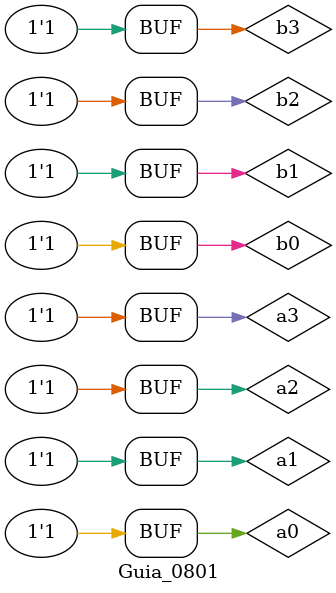
<source format=v>
/* 
Guia_0801.v 
855842 - Mateus Resende Ottoni

iverilog -o Guia_0801.vvp Guia_0801.v
vvp Guia_0801.vvp
*/



// Meia Soma
//----------------------------------------
module half_adder (output s0, output s1,
                   input a, b);

// Saída 1
   xor XOR (	s0,	a,	b);

// Saída 2
   and AND (	s1,	a,	b);

endmodule
//----------------------------------------

// Soma completa
//----------------------------------------
module full_adder (output s0, output s1,
                   input a, b, c);

// Dados locais
wire w01, w11, w12;

// Processo
half_adder HA1 ( w01, w11,   a,   b);
half_adder HA2 (  s1, w12, w01,   c); // Saída s1
or         OR  (  s0,      w11, w12); // Saída s0



endmodule
//----------------------------------------

// Modulo de soma
//----------------------------------------
module f01 (output s1, output s2, output s3,
            output s4, output s5,
            input  a0, b0, a1, b1,
                   a2, b2, a3, b3);

// Dados locais
reg valor0 = 1'b0;
wire res01, res02, res03;

// Processo
full_adder FA1 ( res01, s1, a0, b0, valor0); // Saída s1
full_adder FA2 ( res02, s2, a1, b1,  res01); // Saída s2
full_adder FA3 ( res03, s3, a2, b2,  res02); // Saída s3
full_adder FA4 (    s5, s4, a3, b3,  res03); // Saída s4 e s5

endmodule
//----------------------------------------




// Modulo principal
module Guia_0801; 

// Definir dados
reg a0, b0, a1, b1, a2, b2, a3, b3;
wire w1, w2, w3, w4, w5;

f01    f01_ (w1, w2, w3, w4, w5,
             a0, b0, a1, b1, a2, b2, a3, b3);


 initial
  begin
   a0     = 1'b0;
   b0     = 1'b0;
   a1     = 1'b0;
   b1     = 1'b0;
   a2     = 1'b0;
   b2     = 1'b0;
   a3     = 1'b0;
   b3     = 1'b0;
  end


// Main 
initial 
begin : main 

$display ( "Guia_0801" );

/*	Mostrar valores em tabela				*/
$display ( "" );
$display ( "______________________________" );
$display ( "||    a |    b ||   soma   ||" );
$display ( "||------|------||----------||" );
$monitor ( "|| %b%b%b%b | %b%b%b%b ||    %b%b%b%b%b ||",
              a3, a2, a1, a0,
                         b3, b2, b1, b0,
                                     w5, w4, w3, w2, w1 );
/*								*/

/*	Atualizar valores ( a = 00)	*/

#1;  b0 = 1'b1;
#1;  b0 = 1'b0; b1 = 1'b1;
#1;  b0 = 1'b1;
#1;  b0 = 1'b0; b1 = 1'b0; b2 = 1'b1;
#1;  b0 = 1'b1;
#1;  b0 = 1'b0; b1 = 1'b1;
#1;  b0 = 1'b1;
#1;  b0 = 1'b0; b1 = 1'b0; b2 = 1'b0; b3 = 1'b1;
#1;  b0 = 1'b1;
#1;  b0 = 1'b0; b1 = 1'b1;
#1;  b0 = 1'b1;
#1;  b0 = 1'b0; b1 = 1'b0; b2 = 1'b1;
#1;  b0 = 1'b1;
#1;  b0 = 1'b0; b1 = 1'b1;
#1;  b0 = 1'b1;

/*					*/

/*	Atualizar valores ( a = 01)	*/

#1;  a0 = 1'b1;
     b0 = 1'b0; b1 = 1'b0; b2 = 1'b0; b3 = 1'b0;

#1;  b0 = 1'b1;
#1;  b0 = 1'b0; b1 = 1'b1;
#1;  b0 = 1'b1;
#1;  b0 = 1'b0; b1 = 1'b0; b2 = 1'b1;
#1;  b0 = 1'b1;
#1;  b0 = 1'b0; b1 = 1'b1;
#1;  b0 = 1'b1;
#1;  b0 = 1'b0; b1 = 1'b0; b2 = 1'b0; b3 = 1'b1;
#1;  b0 = 1'b1;
#1;  b0 = 1'b0; b1 = 1'b1;
#1;  b0 = 1'b1;
#1;  b0 = 1'b0; b1 = 1'b0; b2 = 1'b1;
#1;  b0 = 1'b1;
#1;  b0 = 1'b0; b1 = 1'b1;
#1;  b0 = 1'b1;

/*					*/

/*	Atualizar valores ( a = 02)	*/

#1;  a0 = 1'b0; a1 = 1'b1;
     b0 = 1'b0; b1 = 1'b0; b2 = 1'b0; b3 = 1'b0;

#1;  b0 = 1'b1;
#1;  b0 = 1'b0; b1 = 1'b1;
#1;  b0 = 1'b1;
#1;  b0 = 1'b0; b1 = 1'b0; b2 = 1'b1;
#1;  b0 = 1'b1;
#1;  b0 = 1'b0; b1 = 1'b1;
#1;  b0 = 1'b1;
#1;  b0 = 1'b0; b1 = 1'b0; b2 = 1'b0; b3 = 1'b1;
#1;  b0 = 1'b1;
#1;  b0 = 1'b0; b1 = 1'b1;
#1;  b0 = 1'b1;
#1;  b0 = 1'b0; b1 = 1'b0; b2 = 1'b1;
#1;  b0 = 1'b1;
#1;  b0 = 1'b0; b1 = 1'b1;
#1;  b0 = 1'b1;

/*					*/

/*	Atualizar valores ( a = 03)	*/

#1;  a0 = 1'b1;
     b0 = 1'b0; b1 = 1'b0; b2 = 1'b0; b3 = 1'b0;

#1;  b0 = 1'b1;
#1;  b0 = 1'b0; b1 = 1'b1;
#1;  b0 = 1'b1;
#1;  b0 = 1'b0; b1 = 1'b0; b2 = 1'b1;
#1;  b0 = 1'b1;
#1;  b0 = 1'b0; b1 = 1'b1;
#1;  b0 = 1'b1;
#1;  b0 = 1'b0; b1 = 1'b0; b2 = 1'b0; b3 = 1'b1;
#1;  b0 = 1'b1;
#1;  b0 = 1'b0; b1 = 1'b1;
#1;  b0 = 1'b1;
#1;  b0 = 1'b0; b1 = 1'b0; b2 = 1'b1;
#1;  b0 = 1'b1;
#1;  b0 = 1'b0; b1 = 1'b1;
#1;  b0 = 1'b1;

/*					*/

/*	Atualizar valores ( a = 04)	*/

#1;  a0 = 1'b0; a1 = 1'b0; a2 = 1'b1;
     b0 = 1'b0; b1 = 1'b0; b2 = 1'b0; b3 = 1'b0;

#1;  b0 = 1'b1;
#1;  b0 = 1'b0; b1 = 1'b1;
#1;  b0 = 1'b1;
#1;  b0 = 1'b0; b1 = 1'b0; b2 = 1'b1;
#1;  b0 = 1'b1;
#1;  b0 = 1'b0; b1 = 1'b1;
#1;  b0 = 1'b1;
#1;  b0 = 1'b0; b1 = 1'b0; b2 = 1'b0; b3 = 1'b1;
#1;  b0 = 1'b1;
#1;  b0 = 1'b0; b1 = 1'b1;
#1;  b0 = 1'b1;
#1;  b0 = 1'b0; b1 = 1'b0; b2 = 1'b1;
#1;  b0 = 1'b1;
#1;  b0 = 1'b0; b1 = 1'b1;
#1;  b0 = 1'b1;

/*					*/

/*	Atualizar valores ( a = 05)	*/

#1;  a0 = 1'b1;
     b0 = 1'b0; b1 = 1'b0; b2 = 1'b0; b3 = 1'b0;

#1;  b0 = 1'b1;
#1;  b0 = 1'b0; b1 = 1'b1;
#1;  b0 = 1'b1;
#1;  b0 = 1'b0; b1 = 1'b0; b2 = 1'b1;
#1;  b0 = 1'b1;
#1;  b0 = 1'b0; b1 = 1'b1;
#1;  b0 = 1'b1;
#1;  b0 = 1'b0; b1 = 1'b0; b2 = 1'b0; b3 = 1'b1;
#1;  b0 = 1'b1;
#1;  b0 = 1'b0; b1 = 1'b1;
#1;  b0 = 1'b1;
#1;  b0 = 1'b0; b1 = 1'b0; b2 = 1'b1;
#1;  b0 = 1'b1;
#1;  b0 = 1'b0; b1 = 1'b1;
#1;  b0 = 1'b1;

/*					*/

/*	Atualizar valores ( a = 06)	*/

#1;  a0 = 1'b0; a1 = 1'b1;
     b0 = 1'b0; b1 = 1'b0; b2 = 1'b0; b3 = 1'b0;

#1;  b0 = 1'b1;
#1;  b0 = 1'b0; b1 = 1'b1;
#1;  b0 = 1'b1;
#1;  b0 = 1'b0; b1 = 1'b0; b2 = 1'b1;
#1;  b0 = 1'b1;
#1;  b0 = 1'b0; b1 = 1'b1;
#1;  b0 = 1'b1;
#1;  b0 = 1'b0; b1 = 1'b0; b2 = 1'b0; b3 = 1'b1;
#1;  b0 = 1'b1;
#1;  b0 = 1'b0; b1 = 1'b1;
#1;  b0 = 1'b1;
#1;  b0 = 1'b0; b1 = 1'b0; b2 = 1'b1;
#1;  b0 = 1'b1;
#1;  b0 = 1'b0; b1 = 1'b1;
#1;  b0 = 1'b1;

/*					*/

/*	Atualizar valores ( a = 07)	*/

#1;  a0 = 1'b1;
     b0 = 1'b0; b1 = 1'b0; b2 = 1'b0; b3 = 1'b0;

#1;  b0 = 1'b1;
#1;  b0 = 1'b0; b1 = 1'b1;
#1;  b0 = 1'b1;
#1;  b0 = 1'b0; b1 = 1'b0; b2 = 1'b1;
#1;  b0 = 1'b1;
#1;  b0 = 1'b0; b1 = 1'b1;
#1;  b0 = 1'b1;
#1;  b0 = 1'b0; b1 = 1'b0; b2 = 1'b0; b3 = 1'b1;
#1;  b0 = 1'b1;
#1;  b0 = 1'b0; b1 = 1'b1;
#1;  b0 = 1'b1;
#1;  b0 = 1'b0; b1 = 1'b0; b2 = 1'b1;
#1;  b0 = 1'b1;
#1;  b0 = 1'b0; b1 = 1'b1;
#1;  b0 = 1'b1;

/*					*/

/*	Atualizar valores ( a = 08)	*/

#1;  a0 = 1'b0; a1 = 1'b0; a2 = 1'b0; a3 = 1'b1;
     b0 = 1'b0; b1 = 1'b0; b2 = 1'b0; b3 = 1'b0;

#1;  b0 = 1'b1;
#1;  b0 = 1'b0; b1 = 1'b1;
#1;  b0 = 1'b1;
#1;  b0 = 1'b0; b1 = 1'b0; b2 = 1'b1;
#1;  b0 = 1'b1;
#1;  b0 = 1'b0; b1 = 1'b1;
#1;  b0 = 1'b1;
#1;  b0 = 1'b0; b1 = 1'b0; b2 = 1'b0; b3 = 1'b1;
#1;  b0 = 1'b1;
#1;  b0 = 1'b0; b1 = 1'b1;
#1;  b0 = 1'b1;
#1;  b0 = 1'b0; b1 = 1'b0; b2 = 1'b1;
#1;  b0 = 1'b1;
#1;  b0 = 1'b0; b1 = 1'b1;
#1;  b0 = 1'b1;

/*					*/

/*	Atualizar valores ( a = 09)	*/

#1;  a0 = 1'b1;
     b0 = 1'b0; b1 = 1'b0; b2 = 1'b0; b3 = 1'b0;

#1;  b0 = 1'b1;
#1;  b0 = 1'b0; b1 = 1'b1;
#1;  b0 = 1'b1;
#1;  b0 = 1'b0; b1 = 1'b0; b2 = 1'b1;
#1;  b0 = 1'b1;
#1;  b0 = 1'b0; b1 = 1'b1;
#1;  b0 = 1'b1;
#1;  b0 = 1'b0; b1 = 1'b0; b2 = 1'b0; b3 = 1'b1;
#1;  b0 = 1'b1;
#1;  b0 = 1'b0; b1 = 1'b1;
#1;  b0 = 1'b1;
#1;  b0 = 1'b0; b1 = 1'b0; b2 = 1'b1;
#1;  b0 = 1'b1;
#1;  b0 = 1'b0; b1 = 1'b1;
#1;  b0 = 1'b1;

/*					*/

/*	Atualizar valores ( a = 10)	*/

#1;  a0 = 1'b0; a1 = 1'b1;
     b0 = 1'b0; b1 = 1'b0; b2 = 1'b0; b3 = 1'b0;

#1;  b0 = 1'b1;
#1;  b0 = 1'b0; b1 = 1'b1;
#1;  b0 = 1'b1;
#1;  b0 = 1'b0; b1 = 1'b0; b2 = 1'b1;
#1;  b0 = 1'b1;
#1;  b0 = 1'b0; b1 = 1'b1;
#1;  b0 = 1'b1;
#1;  b0 = 1'b0; b1 = 1'b0; b2 = 1'b0; b3 = 1'b1;
#1;  b0 = 1'b1;
#1;  b0 = 1'b0; b1 = 1'b1;
#1;  b0 = 1'b1;
#1;  b0 = 1'b0; b1 = 1'b0; b2 = 1'b1;
#1;  b0 = 1'b1;
#1;  b0 = 1'b0; b1 = 1'b1;
#1;  b0 = 1'b1;

/*					*/

/*	Atualizar valores ( a = 11)	*/

#1;  a0 = 1'b1;
     b0 = 1'b0; b1 = 1'b0; b2 = 1'b0; b3 = 1'b0;

#1;  b0 = 1'b1;
#1;  b0 = 1'b0; b1 = 1'b1;
#1;  b0 = 1'b1;
#1;  b0 = 1'b0; b1 = 1'b0; b2 = 1'b1;
#1;  b0 = 1'b1;
#1;  b0 = 1'b0; b1 = 1'b1;
#1;  b0 = 1'b1;
#1;  b0 = 1'b0; b1 = 1'b0; b2 = 1'b0; b3 = 1'b1;
#1;  b0 = 1'b1;
#1;  b0 = 1'b0; b1 = 1'b1;
#1;  b0 = 1'b1;
#1;  b0 = 1'b0; b1 = 1'b0; b2 = 1'b1;
#1;  b0 = 1'b1;
#1;  b0 = 1'b0; b1 = 1'b1;
#1;  b0 = 1'b1;

/*					*/

/*	Atualizar valores ( a = 12)	*/

#1;  a0 = 1'b0; a1 = 1'b0; a2 = 1'b1;
     b0 = 1'b0; b1 = 1'b0; b2 = 1'b0; b3 = 1'b0;

#1;  b0 = 1'b1;
#1;  b0 = 1'b0; b1 = 1'b1;
#1;  b0 = 1'b1;
#1;  b0 = 1'b0; b1 = 1'b0; b2 = 1'b1;
#1;  b0 = 1'b1;
#1;  b0 = 1'b0; b1 = 1'b1;
#1;  b0 = 1'b1;
#1;  b0 = 1'b0; b1 = 1'b0; b2 = 1'b0; b3 = 1'b1;
#1;  b0 = 1'b1;
#1;  b0 = 1'b0; b1 = 1'b1;
#1;  b0 = 1'b1;
#1;  b0 = 1'b0; b1 = 1'b0; b2 = 1'b1;
#1;  b0 = 1'b1;
#1;  b0 = 1'b0; b1 = 1'b1;
#1;  b0 = 1'b1;

/*					*/

/*	Atualizar valores ( a = 13)	*/

#1;  a0 = 1'b1;
     b0 = 1'b0; b1 = 1'b0; b2 = 1'b0; b3 = 1'b0;

#1;  b0 = 1'b1;
#1;  b0 = 1'b0; b1 = 1'b1;
#1;  b0 = 1'b1;
#1;  b0 = 1'b0; b1 = 1'b0; b2 = 1'b1;
#1;  b0 = 1'b1;
#1;  b0 = 1'b0; b1 = 1'b1;
#1;  b0 = 1'b1;
#1;  b0 = 1'b0; b1 = 1'b0; b2 = 1'b0; b3 = 1'b1;
#1;  b0 = 1'b1;
#1;  b0 = 1'b0; b1 = 1'b1;
#1;  b0 = 1'b1;
#1;  b0 = 1'b0; b1 = 1'b0; b2 = 1'b1;
#1;  b0 = 1'b1;
#1;  b0 = 1'b0; b1 = 1'b1;
#1;  b0 = 1'b1;

/*					*/

/*	Atualizar valores ( a = 14)	*/

#1;  a0 = 1'b0; a1 = 1'b1;
     b0 = 1'b0; b1 = 1'b0; b2 = 1'b0; b3 = 1'b0;

#1;  b0 = 1'b1;
#1;  b0 = 1'b0; b1 = 1'b1;
#1;  b0 = 1'b1;
#1;  b0 = 1'b0; b1 = 1'b0; b2 = 1'b1;
#1;  b0 = 1'b1;
#1;  b0 = 1'b0; b1 = 1'b1;
#1;  b0 = 1'b1;
#1;  b0 = 1'b0; b1 = 1'b0; b2 = 1'b0; b3 = 1'b1;
#1;  b0 = 1'b1;
#1;  b0 = 1'b0; b1 = 1'b1;
#1;  b0 = 1'b1;
#1;  b0 = 1'b0; b1 = 1'b0; b2 = 1'b1;
#1;  b0 = 1'b1;
#1;  b0 = 1'b0; b1 = 1'b1;
#1;  b0 = 1'b1;

/*					*/

/*	Atualizar valores ( a = 15)	*/

#1;  a0 = 1'b1;
     b0 = 1'b0; b1 = 1'b0; b2 = 1'b0; b3 = 1'b0;

#1;  b0 = 1'b1;
#1;  b0 = 1'b0; b1 = 1'b1;
#1;  b0 = 1'b1;
#1;  b0 = 1'b0; b1 = 1'b0; b2 = 1'b1;
#1;  b0 = 1'b1;
#1;  b0 = 1'b0; b1 = 1'b1;
#1;  b0 = 1'b1;
#1;  b0 = 1'b0; b1 = 1'b0; b2 = 1'b0; b3 = 1'b1;
#1;  b0 = 1'b1;
#1;  b0 = 1'b0; b1 = 1'b1;
#1;  b0 = 1'b1;
#1;  b0 = 1'b0; b1 = 1'b0; b2 = 1'b1;
#1;  b0 = 1'b1;
#1;  b0 = 1'b0; b1 = 1'b1;
#1;  b0 = 1'b1;

/*					*/



end // main 

endmodule // Guia_0801

/*	Previsão de Testes 		*/
/*


______________________________
||    a |    b || resultado ||
||------|------||-----------||
|| 0000 | 0000 ||     00000 ||
|| 0000 | 0001 ||     00001 ||
|| 0000 | 0010 ||     00010 ||
|| 0000 | 0011 ||     00011 ||
|| 0000 | 0100 ||     00100 ||
|| 0000 | 0101 ||     00101 ||
|| 0000 | 0110 ||     00110 ||
|| 0000 | 0111 ||     00111 ||
|| 0000 | 1000 ||     01000 ||
|| 0000 | 1001 ||     01001 ||
|| 0000 | 1010 ||     01010 ||
|| 0000 | 1011 ||     01011 ||
|| 0000 | 1100 ||     01100 ||
|| 0000 | 1101 ||     01101 ||
|| 0000 | 1110 ||     01110 ||
|| 0000 | 1111 ||     01111 ||
|| 0001 | 0000 ||     00001 ||
|| 0001 | 0001 ||     00010 ||
|| 0001 | 0010 ||     00011 ||
|| 0001 | 0011 ||     00100 ||
|| 0001 | 0100 ||     00101 ||
|| 0001 | 0101 ||     00110 ||
|| 0001 | 0110 ||     00111 ||
|| 0001 | 0111 ||     01000 ||
|| 0001 | 1000 ||     01001 ||
|| 0001 | 1001 ||     01010 ||
|| 0001 | 1010 ||     01011 ||
|| 0001 | 1011 ||     01100 ||
|| 0001 | 1100 ||     01101 ||
|| 0001 | 1101 ||     01110 ||
|| 0001 | 1110 ||     01111 ||
|| 0001 | 1111 ||     10000 ||
|| 0010 | 0000 ||     00010 ||
|| 0010 | 0001 ||     00011 ||
|| 0010 | 0010 ||     00100 ||
|| 0010 | 0011 ||     00101 ||
|| 0010 | 0100 ||     00110 ||
|| 0010 | 0101 ||     00111 ||
|| 0010 | 0110 ||     01000 ||
|| 0010 | 0111 ||     01001 ||
|| 0010 | 1000 ||     01010 ||
|| 0010 | 1001 ||     01011 ||
|| 0010 | 1010 ||     01100 ||
|| 0010 | 1011 ||     01101 ||
|| 0010 | 1100 ||     01110 ||
|| 0010 | 1101 ||     01111 ||
|| 0010 | 1110 ||     10000 ||
|| 0010 | 1111 ||     10001 ||
|| 0011 | 0000 ||     00011 ||
|| 0011 | 0001 ||     00100 ||
|| 0011 | 0010 ||     00101 ||
|| 0011 | 0011 ||     00110 ||
|| 0011 | 0100 ||     00111 ||
|| 0011 | 0101 ||     01000 ||
|| 0011 | 0110 ||     01001 ||
|| 0011 | 0111 ||     01010 ||
|| 0011 | 1000 ||     01011 ||
|| 0011 | 1001 ||     01100 ||
|| 0011 | 1010 ||     01101 ||
|| 0011 | 1011 ||     01110 ||
|| 0011 | 1100 ||     01111 ||
|| 0011 | 1101 ||     10000 ||
|| 0011 | 1110 ||     10001 ||
|| 0011 | 1111 ||     10010 ||
|| 0100 | 0000 ||     00100 ||
|| 0100 | 0001 ||     00101 ||
|| 0100 | 0010 ||     00110 ||
|| 0100 | 0011 ||     00111 ||
|| 0100 | 0100 ||     01000 ||
|| 0100 | 0101 ||     01001 ||
|| 0100 | 0110 ||     01010 ||
|| 0100 | 0111 ||     01011 ||
|| 0100 | 1000 ||     01100 ||
|| 0100 | 1001 ||     01101 ||
|| 0100 | 1010 ||     01110 ||
|| 0100 | 1011 ||     01111 ||
|| 0100 | 1100 ||     10000 ||
|| 0100 | 1101 ||     10001 ||
|| 0100 | 1110 ||     10010 ||
|| 0100 | 1111 ||     10011 ||
|| 0101 | 0000 ||     00101 ||
|| 0101 | 0001 ||     00110 ||
|| 0101 | 0010 ||     00111 ||
|| 0101 | 0011 ||     01000 ||
|| 0101 | 0100 ||     01001 ||
|| 0101 | 0101 ||     01010 ||
|| 0101 | 0110 ||     01011 ||
|| 0101 | 0111 ||     01100 ||
|| 0101 | 1000 ||     01101 ||
|| 0101 | 1001 ||     01110 ||
|| 0101 | 1010 ||     01111 ||
|| 0101 | 1011 ||     10000 ||
|| 0101 | 1100 ||     10001 ||
|| 0101 | 1101 ||     10010 ||
|| 0101 | 1110 ||     10011 ||
|| 0101 | 1111 ||     10100 ||
|| 0110 | 0000 ||     00110 ||
|| 0110 | 0001 ||     00111 ||
|| 0110 | 0010 ||     01000 ||
|| 0110 | 0011 ||     01001 ||
|| 0110 | 0100 ||     01010 ||
|| 0110 | 0101 ||     01011 ||
|| 0110 | 0110 ||     01100 ||
|| 0110 | 0111 ||     01101 ||
|| 0110 | 1000 ||     01110 ||
|| 0110 | 1001 ||     01111 ||
|| 0110 | 1010 ||     10000 ||
|| 0110 | 1011 ||     10001 ||
|| 0110 | 1100 ||     10010 ||
|| 0110 | 1101 ||     10011 ||
|| 0110 | 1110 ||     10100 ||
|| 0110 | 1111 ||     10101 ||
|| 0111 | 0000 ||     00111 ||
|| 0111 | 0001 ||     01000 ||
|| 0111 | 0010 ||     01001 ||
|| 0111 | 0011 ||     01010 ||
|| 0111 | 0100 ||     01011 ||
|| 0111 | 0101 ||     01100 ||
|| 0111 | 0110 ||     01101 ||
|| 0111 | 0111 ||     01110 ||
|| 0111 | 1000 ||     01111 ||
|| 0111 | 1001 ||     10000 ||
|| 0111 | 1010 ||     10001 ||
|| 0111 | 1011 ||     10010 ||
|| 0111 | 1100 ||     10011 ||
|| 0111 | 1101 ||     10100 ||
|| 0111 | 1110 ||     10101 ||
|| 0111 | 1111 ||     10110 ||
|| 1000 | 0000 ||     01000 ||
|| 1000 | 0001 ||     01001 ||
|| 1000 | 0010 ||     01010 ||
|| 1000 | 0011 ||     01011 ||
|| 1000 | 0100 ||     01100 ||
|| 1000 | 0101 ||     01101 ||
|| 1000 | 0110 ||     01110 ||
|| 1000 | 0111 ||     01111 ||
|| 1000 | 1000 ||     10000 ||
|| 1000 | 1001 ||     10001 ||
|| 1000 | 1010 ||     10010 ||
|| 1000 | 1011 ||     10011 ||
|| 1000 | 1100 ||     10100 ||
|| 1000 | 1101 ||     10101 ||
|| 1000 | 1110 ||     10110 ||
|| 1000 | 1111 ||     10111 ||
|| 1001 | 0000 ||     01001 ||
|| 1001 | 0001 ||     01010 ||
|| 1001 | 0010 ||     01011 ||
|| 1001 | 0011 ||     01100 ||
|| 1001 | 0100 ||     01101 ||
|| 1001 | 0101 ||     01110 ||
|| 1001 | 0110 ||     01111 ||
|| 1001 | 0111 ||     10000 ||
|| 1001 | 1000 ||     10001 ||
|| 1001 | 1001 ||     10010 ||
|| 1001 | 1010 ||     10011 ||
|| 1001 | 1011 ||     10100 ||
|| 1001 | 1100 ||     10101 ||
|| 1001 | 1101 ||     10110 ||
|| 1001 | 1110 ||     10111 ||
|| 1001 | 1111 ||     11000 ||
|| 1010 | 0000 ||     01010 ||
|| 1010 | 0001 ||     01011 ||
|| 1010 | 0010 ||     01100 ||
|| 1010 | 0011 ||     01101 ||
|| 1010 | 0100 ||     01110 ||
|| 1010 | 0101 ||     01111 ||
|| 1010 | 0110 ||     10000 ||
|| 1010 | 0111 ||     10001 ||
|| 1010 | 1000 ||     10010 ||
|| 1010 | 1001 ||     10011 ||
|| 1010 | 1010 ||     10100 ||
|| 1010 | 1011 ||     10101 ||
|| 1010 | 1100 ||     10110 ||
|| 1010 | 1101 ||     10111 ||
|| 1010 | 1110 ||     11000 ||
|| 1010 | 1111 ||     11001 ||
|| 1011 | 0000 ||     01011 ||
|| 1011 | 0001 ||     01100 ||
|| 1011 | 0010 ||     01101 ||
|| 1011 | 0011 ||     01110 ||
|| 1011 | 0100 ||     01111 ||
|| 1011 | 0101 ||     10000 ||
|| 1011 | 0110 ||     10001 ||
|| 1011 | 0111 ||     10010 ||
|| 1011 | 1000 ||     10011 ||
|| 1011 | 1001 ||     10100 ||
|| 1011 | 1010 ||     10101 ||
|| 1011 | 1011 ||     10110 ||
|| 1011 | 1100 ||     10111 ||
|| 1011 | 1101 ||     11000 ||
|| 1011 | 1110 ||     11001 ||
|| 1011 | 1111 ||     11010 ||
|| 1100 | 0000 ||     01100 ||
|| 1100 | 0001 ||     01101 ||
|| 1100 | 0010 ||     01110 ||
|| 1100 | 0011 ||     01111 ||
|| 1100 | 0100 ||     10000 ||
|| 1100 | 0101 ||     10001 ||
|| 1100 | 0110 ||     10010 ||
|| 1100 | 0111 ||     10011 ||
|| 1100 | 1000 ||     10100 ||
|| 1100 | 1001 ||     10101 ||
|| 1100 | 1010 ||     10110 ||
|| 1100 | 1011 ||     10111 ||
|| 1100 | 1100 ||     11000 ||
|| 1100 | 1101 ||     11001 ||
|| 1100 | 1110 ||     11010 ||
|| 1100 | 1111 ||     11011 ||
|| 1101 | 0000 ||     01101 ||
|| 1101 | 0001 ||     01110 ||
|| 1101 | 0010 ||     01111 ||
|| 1101 | 0011 ||     10000 ||
|| 1101 | 0100 ||     10001 ||
|| 1101 | 0101 ||     10010 ||
|| 1101 | 0110 ||     10011 ||
|| 1101 | 0111 ||     10100 ||
|| 1101 | 1000 ||     10101 ||
|| 1101 | 1001 ||     10110 ||
|| 1101 | 1010 ||     10111 ||
|| 1101 | 1011 ||     11000 ||
|| 1101 | 1100 ||     11001 ||
|| 1101 | 1101 ||     11010 ||
|| 1101 | 1110 ||     11011 ||
|| 1101 | 1111 ||     11100 ||
|| 1110 | 0000 ||     01110 ||
|| 1110 | 0001 ||     01111 ||
|| 1110 | 0010 ||     10000 ||
|| 1110 | 0011 ||     10001 ||
|| 1110 | 0100 ||     10010 ||
|| 1110 | 0101 ||     10011 ||
|| 1110 | 0110 ||     10100 ||
|| 1110 | 0111 ||     10101 ||
|| 1110 | 1000 ||     10110 ||
|| 1110 | 1001 ||     10111 ||
|| 1110 | 1010 ||     11000 ||
|| 1110 | 1011 ||     11001 ||
|| 1110 | 1100 ||     11010 ||
|| 1110 | 1101 ||     11011 ||
|| 1110 | 1110 ||     11100 ||
|| 1110 | 1111 ||     11101 ||
|| 1111 | 0000 ||     01111 ||
|| 1111 | 0001 ||     10000 ||
|| 1111 | 0010 ||     10001 ||
|| 1111 | 0011 ||     10010 ||
|| 1111 | 0100 ||     10011 ||
|| 1111 | 0101 ||     10100 ||
|| 1111 | 0110 ||     10101 ||
|| 1111 | 0111 ||     10110 ||
|| 1111 | 1000 ||     10111 ||
|| 1111 | 1001 ||     11000 ||
|| 1111 | 1010 ||     11001 ||
|| 1111 | 1011 ||     11010 ||
|| 1111 | 1100 ||     11011 ||
|| 1111 | 1101 ||     11100 ||
|| 1111 | 1110 ||     11101 ||
|| 1111 | 1111 ||     11110 ||


*/
/*					*/

</source>
